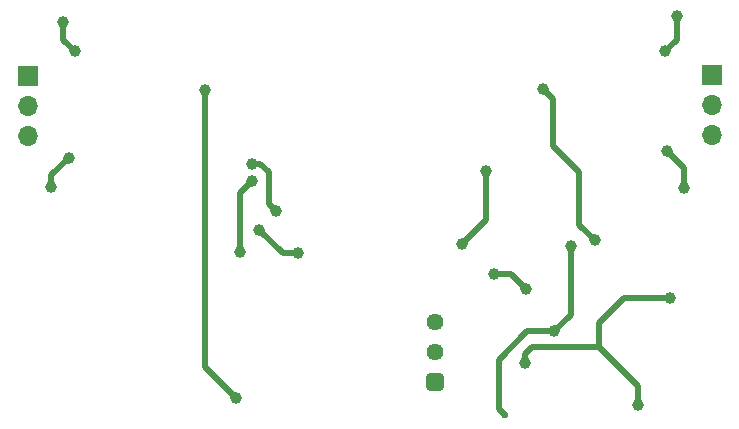
<source format=gbr>
%TF.GenerationSoftware,KiCad,Pcbnew,8.0.9*%
%TF.CreationDate,2025-07-24T11:39:00+02:00*%
%TF.ProjectId,Precision Analog Isolation Amplifier,50726563-6973-4696-9f6e-20416e616c6f,rev?*%
%TF.SameCoordinates,Original*%
%TF.FileFunction,Copper,L2,Bot*%
%TF.FilePolarity,Positive*%
%FSLAX46Y46*%
G04 Gerber Fmt 4.6, Leading zero omitted, Abs format (unit mm)*
G04 Created by KiCad (PCBNEW 8.0.9) date 2025-07-24 11:39:00*
%MOMM*%
%LPD*%
G01*
G04 APERTURE LIST*
G04 Aperture macros list*
%AMRoundRect*
0 Rectangle with rounded corners*
0 $1 Rounding radius*
0 $2 $3 $4 $5 $6 $7 $8 $9 X,Y pos of 4 corners*
0 Add a 4 corners polygon primitive as box body*
4,1,4,$2,$3,$4,$5,$6,$7,$8,$9,$2,$3,0*
0 Add four circle primitives for the rounded corners*
1,1,$1+$1,$2,$3*
1,1,$1+$1,$4,$5*
1,1,$1+$1,$6,$7*
1,1,$1+$1,$8,$9*
0 Add four rect primitives between the rounded corners*
20,1,$1+$1,$2,$3,$4,$5,0*
20,1,$1+$1,$4,$5,$6,$7,0*
20,1,$1+$1,$6,$7,$8,$9,0*
20,1,$1+$1,$8,$9,$2,$3,0*%
G04 Aperture macros list end*
%TA.AperFunction,ComponentPad*%
%ADD10R,1.700000X1.700000*%
%TD*%
%TA.AperFunction,ComponentPad*%
%ADD11O,1.700000X1.700000*%
%TD*%
%TA.AperFunction,ComponentPad*%
%ADD12RoundRect,0.250000X0.470000X0.470000X-0.470000X0.470000X-0.470000X-0.470000X0.470000X-0.470000X0*%
%TD*%
%TA.AperFunction,ComponentPad*%
%ADD13C,1.440000*%
%TD*%
%TA.AperFunction,ViaPad*%
%ADD14C,1.000000*%
%TD*%
%TA.AperFunction,ViaPad*%
%ADD15C,0.600000*%
%TD*%
%TA.AperFunction,Conductor*%
%ADD16C,0.500000*%
%TD*%
G04 APERTURE END LIST*
D10*
%TO.P,J2,1,Pin_1*%
%TO.N,Net-(J2-Pin_1)*%
X171400000Y-88960000D03*
D11*
%TO.P,J2,2,Pin_2*%
%TO.N,GND2*%
X171400000Y-91500000D03*
%TO.P,J2,3,Pin_3*%
%TO.N,Net-(J2-Pin_3)*%
X171400000Y-94040000D03*
%TD*%
D10*
%TO.P,J1,1,Pin_1*%
%TO.N,Net-(J1-Pin_1)*%
X113500000Y-89075000D03*
D11*
%TO.P,J1,2,Pin_2*%
%TO.N,GND1*%
X113500000Y-91615000D03*
%TO.P,J1,3,Pin_3*%
%TO.N,Net-(J1-Pin_3)*%
X113500000Y-94155000D03*
%TD*%
D12*
%TO.P,RV1,1,1*%
%TO.N,Vsep_out*%
X148000000Y-115000000D03*
D13*
%TO.P,RV1,2,2*%
X148000000Y-112460000D03*
%TO.P,RV1,3,3*%
%TO.N,Net-(R6-Pad2)*%
X148000000Y-109920000D03*
%TD*%
D14*
%TO.N,GND1*%
X132500000Y-96500000D03*
X115500000Y-98500000D03*
X116500000Y-84500000D03*
X134500000Y-100500000D03*
X117500000Y-87000000D03*
X117000000Y-96000000D03*
%TO.N,GND2*%
X168500000Y-84000000D03*
X167600000Y-95400000D03*
X150300000Y-103300000D03*
X169100000Y-98600000D03*
X167500000Y-87000000D03*
X152300000Y-97100000D03*
%TO.N,Net-(U1B-K)*%
X136400000Y-104100000D03*
X133100417Y-102098750D03*
%TO.N,Net-(U1C-K)*%
X153000000Y-105800000D03*
X155700000Y-107100000D03*
%TO.N,VCC1 +15V*%
X131100000Y-116300000D03*
X128500000Y-90300000D03*
%TO.N,VCC2 +15V*%
X161500000Y-103000000D03*
X157150000Y-90150000D03*
%TO.N,VEE2 -15V*%
X159500000Y-103500000D03*
D15*
X153900000Y-117800000D03*
D14*
X158100000Y-110700000D03*
%TO.N,Net-(D1-K)*%
X132500000Y-98000000D03*
X131500000Y-104000000D03*
%TO.N,Vout*%
X167900000Y-107900000D03*
X165200000Y-116900000D03*
X155600000Y-113400000D03*
%TD*%
D16*
%TO.N,GND1*%
X116500000Y-86000000D02*
X116500000Y-84500000D01*
X133900000Y-99900000D02*
X133900000Y-97200000D01*
X134500000Y-100500000D02*
X133900000Y-99900000D01*
X117000000Y-96000000D02*
X115500000Y-97500000D01*
X117500000Y-87000000D02*
X116500000Y-86000000D01*
X115500000Y-97500000D02*
X115500000Y-98500000D01*
X133200000Y-96500000D02*
X132500000Y-96500000D01*
X133900000Y-97200000D02*
X133200000Y-96500000D01*
%TO.N,GND2*%
X150300000Y-103300000D02*
X152300000Y-101300000D01*
X152300000Y-101300000D02*
X152300000Y-97100000D01*
X169100000Y-98600000D02*
X169100000Y-96900000D01*
X168500000Y-86000000D02*
X167500000Y-87000000D01*
X169100000Y-96900000D02*
X167600000Y-95400000D01*
X168500000Y-84000000D02*
X168500000Y-86000000D01*
%TO.N,Net-(U1B-K)*%
X135100000Y-104100000D02*
X133100417Y-102100417D01*
X136400000Y-104100000D02*
X135100000Y-104100000D01*
X133100417Y-102100417D02*
X133100417Y-102098750D01*
%TO.N,Net-(U1C-K)*%
X154400000Y-105800000D02*
X153000000Y-105800000D01*
X155700000Y-107100000D02*
X154400000Y-105800000D01*
%TO.N,VCC1 +15V*%
X131100000Y-116300000D02*
X128500000Y-113700000D01*
X128500000Y-113700000D02*
X128500000Y-90300000D01*
%TO.N,VCC2 +15V*%
X160200000Y-97200000D02*
X160200000Y-101700000D01*
X158000000Y-91000000D02*
X158000000Y-95000000D01*
X160200000Y-101700000D02*
X161500000Y-103000000D01*
X158000000Y-95000000D02*
X160200000Y-97200000D01*
X157150000Y-90150000D02*
X158000000Y-91000000D01*
%TO.N,VEE2 -15V*%
X158100000Y-110700000D02*
X155800000Y-110700000D01*
X153400000Y-117300000D02*
X153900000Y-117800000D01*
X153400000Y-113100000D02*
X153400000Y-117300000D01*
X155800000Y-110700000D02*
X153400000Y-113100000D01*
X159500000Y-109300000D02*
X159500000Y-103500000D01*
X158100000Y-110700000D02*
X159500000Y-109300000D01*
%TO.N,Net-(D1-K)*%
X131500000Y-99000000D02*
X131500000Y-104000000D01*
X132500000Y-98000000D02*
X131500000Y-99000000D01*
%TO.N,Vout*%
X164000000Y-107900000D02*
X161900000Y-110000000D01*
X161900000Y-112000000D02*
X165200000Y-115300000D01*
X156200000Y-112000000D02*
X161900000Y-112000000D01*
X167900000Y-107900000D02*
X164000000Y-107900000D01*
X155600000Y-112600000D02*
X156200000Y-112000000D01*
X161900000Y-110000000D02*
X161900000Y-112000000D01*
X165200000Y-115300000D02*
X165200000Y-116900000D01*
X155600000Y-113400000D02*
X155600000Y-112600000D01*
%TD*%
M02*

</source>
